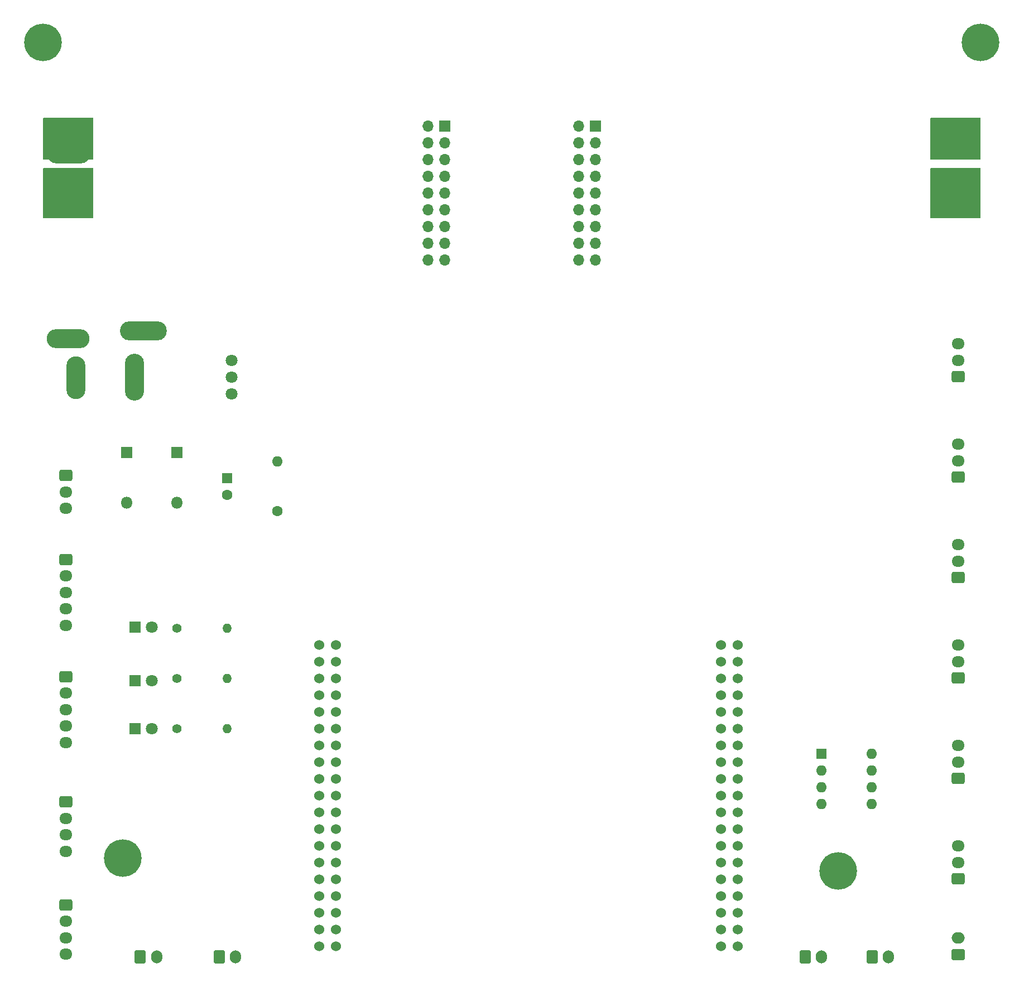
<source format=gbr>
G04 #@! TF.GenerationSoftware,KiCad,Pcbnew,7.0.2*
G04 #@! TF.CreationDate,2023-07-27T23:27:06+09:00*
G04 #@! TF.ProjectId,undercarriage_system,756e6465-7263-4617-9272-696167655f73,rev?*
G04 #@! TF.SameCoordinates,Original*
G04 #@! TF.FileFunction,Soldermask,Bot*
G04 #@! TF.FilePolarity,Negative*
%FSLAX46Y46*%
G04 Gerber Fmt 4.6, Leading zero omitted, Abs format (unit mm)*
G04 Created by KiCad (PCBNEW 7.0.2) date 2023-07-27 23:27:06*
%MOMM*%
%LPD*%
G01*
G04 APERTURE LIST*
G04 Aperture macros list*
%AMRoundRect*
0 Rectangle with rounded corners*
0 $1 Rounding radius*
0 $2 $3 $4 $5 $6 $7 $8 $9 X,Y pos of 4 corners*
0 Add a 4 corners polygon primitive as box body*
4,1,4,$2,$3,$4,$5,$6,$7,$8,$9,$2,$3,0*
0 Add four circle primitives for the rounded corners*
1,1,$1+$1,$2,$3*
1,1,$1+$1,$4,$5*
1,1,$1+$1,$6,$7*
1,1,$1+$1,$8,$9*
0 Add four rect primitives between the rounded corners*
20,1,$1+$1,$2,$3,$4,$5,0*
20,1,$1+$1,$4,$5,$6,$7,0*
20,1,$1+$1,$6,$7,$8,$9,0*
20,1,$1+$1,$8,$9,$2,$3,0*%
G04 Aperture macros list end*
%ADD10C,5.700000*%
%ADD11RoundRect,0.250000X-0.600000X-0.750000X0.600000X-0.750000X0.600000X0.750000X-0.600000X0.750000X0*%
%ADD12O,1.700000X2.000000*%
%ADD13R,1.600000X1.600000*%
%ADD14C,1.600000*%
%ADD15C,1.800000*%
%ADD16R,1.700000X1.700000*%
%ADD17O,1.700000X1.700000*%
%ADD18RoundRect,0.250000X0.725000X-0.600000X0.725000X0.600000X-0.725000X0.600000X-0.725000X-0.600000X0*%
%ADD19O,1.950000X1.700000*%
%ADD20R,1.800000X1.800000*%
%ADD21O,1.800000X1.800000*%
%ADD22O,7.100000X2.900000*%
%ADD23O,2.900000X7.100000*%
%ADD24RoundRect,0.250000X-0.725000X0.600000X-0.725000X-0.600000X0.725000X-0.600000X0.725000X0.600000X0*%
%ADD25O,6.500000X2.900000*%
%ADD26O,2.900000X6.500000*%
%ADD27C,1.524000*%
%ADD28O,1.600000X1.600000*%
%ADD29RoundRect,0.250000X0.750000X-0.600000X0.750000X0.600000X-0.750000X0.600000X-0.750000X-0.600000X0*%
%ADD30O,2.000000X1.700000*%
%ADD31C,1.400000*%
%ADD32O,1.400000X1.400000*%
G04 APERTURE END LIST*
D10*
X138430000Y-143510000D03*
X29845000Y-141605000D03*
X160020000Y-17780000D03*
X17780000Y-17780000D03*
D11*
X44470000Y-156570000D03*
D12*
X46970000Y-156570000D03*
D13*
X45720000Y-83920000D03*
D14*
X45720000Y-86420000D03*
D15*
X46380000Y-66040000D03*
X46380000Y-68580000D03*
X46380000Y-71120000D03*
D16*
X78740000Y-30480000D03*
D17*
X76200000Y-30480000D03*
X78740000Y-33020000D03*
X76200000Y-33020000D03*
X78740000Y-35560000D03*
X76200000Y-35560000D03*
X78740000Y-38100000D03*
X76200000Y-38100000D03*
X78740000Y-40640000D03*
X76200000Y-40640000D03*
X78740000Y-43180000D03*
X76200000Y-43180000D03*
X78740000Y-45720000D03*
X76200000Y-45720000D03*
X78740000Y-48260000D03*
X76200000Y-48260000D03*
X78740000Y-50800000D03*
X76200000Y-50800000D03*
D11*
X32480000Y-156570000D03*
D12*
X34980000Y-156570000D03*
D16*
X101600000Y-30480000D03*
D17*
X99060000Y-30480000D03*
X101600000Y-33020000D03*
X99060000Y-33020000D03*
X101600000Y-35560000D03*
X99060000Y-35560000D03*
X101600000Y-38100000D03*
X99060000Y-38100000D03*
X101600000Y-40640000D03*
X99060000Y-40640000D03*
X101600000Y-43180000D03*
X99060000Y-43180000D03*
X101600000Y-45720000D03*
X99060000Y-45720000D03*
X101600000Y-48260000D03*
X99060000Y-48260000D03*
X101600000Y-50800000D03*
X99060000Y-50800000D03*
D18*
X156570000Y-144740000D03*
D19*
X156570000Y-142240000D03*
X156570000Y-139740000D03*
D20*
X38100000Y-80010000D03*
D21*
X38100000Y-87630000D03*
D22*
X156315000Y-33640000D03*
D23*
X154940000Y-40640000D03*
D22*
X33020000Y-61590000D03*
D23*
X31645000Y-68590000D03*
D20*
X31750000Y-106535000D03*
D15*
X34290000Y-106535000D03*
D18*
X156570000Y-68540000D03*
D19*
X156570000Y-66040000D03*
X156570000Y-63540000D03*
D18*
X156570000Y-83780000D03*
D19*
X156570000Y-81280000D03*
X156570000Y-78780000D03*
D11*
X133370000Y-156570000D03*
D12*
X135870000Y-156570000D03*
D24*
X21230000Y-114020000D03*
D19*
X21230000Y-116520000D03*
X21230000Y-119020000D03*
X21230000Y-121520000D03*
X21230000Y-124020000D03*
D18*
X156570000Y-99020000D03*
D19*
X156570000Y-96520000D03*
X156570000Y-94020000D03*
D24*
X21230000Y-133050000D03*
D19*
X21230000Y-135550000D03*
X21230000Y-138050000D03*
X21230000Y-140550000D03*
D25*
X21685000Y-34740000D03*
D26*
X22860000Y-40640000D03*
D27*
X59690000Y-109220000D03*
X62230000Y-109220000D03*
X59690000Y-111760000D03*
X62230000Y-111760000D03*
X59690000Y-114300000D03*
X62230000Y-114300000D03*
X59690000Y-116840000D03*
X62230000Y-116840000D03*
X59690000Y-119380000D03*
X62230000Y-119380000D03*
X59690000Y-121920000D03*
X62230000Y-121920000D03*
X59690000Y-124460000D03*
X62230000Y-124460000D03*
X59690000Y-127000000D03*
X62230000Y-127000000D03*
X59690000Y-129540000D03*
X62230000Y-129540000D03*
X59690000Y-132080000D03*
X62230000Y-132080000D03*
X59690000Y-134620000D03*
X62230000Y-134620000D03*
X59690000Y-137160000D03*
X62230000Y-137160000D03*
X59690000Y-139700000D03*
X62230000Y-139700000D03*
X59690000Y-142240000D03*
X62230000Y-142240000D03*
X59690000Y-144780000D03*
X62230000Y-144780000D03*
X59690000Y-147320000D03*
X62230000Y-147320000D03*
X59690000Y-149860000D03*
X62230000Y-149860000D03*
X59690000Y-152400000D03*
X62230000Y-152400000D03*
X59690000Y-154940000D03*
X62230000Y-154940000D03*
X120650000Y-109220000D03*
X123190000Y-109220000D03*
X120650000Y-111760000D03*
X123190000Y-111760000D03*
X120650000Y-114300000D03*
X123190000Y-114300000D03*
X120650000Y-116840000D03*
X123190000Y-116840000D03*
X120650000Y-119380000D03*
X123190000Y-119380000D03*
X120650000Y-121920000D03*
X123190000Y-121920000D03*
X120650000Y-124460000D03*
X123190000Y-124460000D03*
X120650000Y-127000000D03*
X123190000Y-127000000D03*
X120650000Y-129540000D03*
X123190000Y-129540000D03*
X120650000Y-132080000D03*
X123190000Y-132080000D03*
X120650000Y-134620000D03*
X123190000Y-134620000D03*
X120650000Y-137160000D03*
X123190000Y-137160000D03*
X120650000Y-139700000D03*
X123190000Y-139700000D03*
X120650000Y-142240000D03*
X123190000Y-142240000D03*
X120650000Y-144780000D03*
X123190000Y-144780000D03*
X120650000Y-147320000D03*
X123190000Y-147320000D03*
X120650000Y-149860000D03*
X123190000Y-149860000D03*
X120650000Y-152400000D03*
X123190000Y-152400000D03*
X120650000Y-154940000D03*
X123190000Y-154940000D03*
D14*
X53340000Y-88900000D03*
D28*
X53340000Y-81400000D03*
D20*
X31750000Y-114625000D03*
D15*
X34290000Y-114625000D03*
D29*
X156570000Y-156190000D03*
D30*
X156570000Y-153690000D03*
D24*
X21230000Y-148650000D03*
D19*
X21230000Y-151150000D03*
X21230000Y-153650000D03*
X21230000Y-156150000D03*
D18*
X156570000Y-129500000D03*
D19*
X156570000Y-127000000D03*
X156570000Y-124500000D03*
D31*
X38100000Y-106680000D03*
D32*
X45720000Y-106680000D03*
D24*
X21230000Y-83500000D03*
D19*
X21230000Y-86000000D03*
X21230000Y-88500000D03*
D20*
X31750000Y-121920000D03*
D15*
X34290000Y-121920000D03*
D24*
X21230000Y-96240000D03*
D19*
X21230000Y-98740000D03*
X21230000Y-101240000D03*
X21230000Y-103740000D03*
X21230000Y-106240000D03*
D31*
X38100000Y-121920000D03*
D32*
X45720000Y-121920000D03*
D18*
X156570000Y-114260000D03*
D19*
X156570000Y-111760000D03*
X156570000Y-109260000D03*
D25*
X21590000Y-62740000D03*
D26*
X22765000Y-68640000D03*
D31*
X38100000Y-114300000D03*
D32*
X45720000Y-114300000D03*
D11*
X143530000Y-156570000D03*
D12*
X146030000Y-156570000D03*
D20*
X30480000Y-80010000D03*
D21*
X30480000Y-87630000D03*
D13*
X135900000Y-125740000D03*
D28*
X135900000Y-128280000D03*
X135900000Y-130820000D03*
X135900000Y-133360000D03*
X143520000Y-133360000D03*
X143520000Y-130820000D03*
X143520000Y-128280000D03*
X143520000Y-125740000D03*
G36*
X25343039Y-36849685D02*
G01*
X25388794Y-36902489D01*
X25400000Y-36954000D01*
X25400000Y-44326000D01*
X25380315Y-44393039D01*
X25327511Y-44438794D01*
X25276000Y-44450000D01*
X17904000Y-44450000D01*
X17836961Y-44430315D01*
X17791206Y-44377511D01*
X17780000Y-44326000D01*
X17780000Y-36954000D01*
X17799685Y-36886961D01*
X17852489Y-36841206D01*
X17904000Y-36830000D01*
X25276000Y-36830000D01*
X25343039Y-36849685D01*
G37*
G36*
X25343039Y-29229685D02*
G01*
X25388794Y-29282489D01*
X25400000Y-29334000D01*
X25400000Y-35436000D01*
X25380315Y-35503039D01*
X25327511Y-35548794D01*
X25276000Y-35560000D01*
X17904000Y-35560000D01*
X17836961Y-35540315D01*
X17791206Y-35487511D01*
X17780000Y-35436000D01*
X17780000Y-29334000D01*
X17799685Y-29266961D01*
X17852489Y-29221206D01*
X17904000Y-29210000D01*
X25276000Y-29210000D01*
X25343039Y-29229685D01*
G37*
G36*
X159963039Y-36849685D02*
G01*
X160008794Y-36902489D01*
X160020000Y-36954000D01*
X160020000Y-44326000D01*
X160000315Y-44393039D01*
X159947511Y-44438794D01*
X159896000Y-44450000D01*
X152524000Y-44450000D01*
X152456961Y-44430315D01*
X152411206Y-44377511D01*
X152400000Y-44326000D01*
X152400000Y-36954000D01*
X152419685Y-36886961D01*
X152472489Y-36841206D01*
X152524000Y-36830000D01*
X159896000Y-36830000D01*
X159963039Y-36849685D01*
G37*
G36*
X159963039Y-29229685D02*
G01*
X160008794Y-29282489D01*
X160020000Y-29334000D01*
X160020000Y-35436000D01*
X160000315Y-35503039D01*
X159947511Y-35548794D01*
X159896000Y-35560000D01*
X152524000Y-35560000D01*
X152456961Y-35540315D01*
X152411206Y-35487511D01*
X152400000Y-35436000D01*
X152400000Y-29334000D01*
X152419685Y-29266961D01*
X152472489Y-29221206D01*
X152524000Y-29210000D01*
X159896000Y-29210000D01*
X159963039Y-29229685D01*
G37*
M02*

</source>
